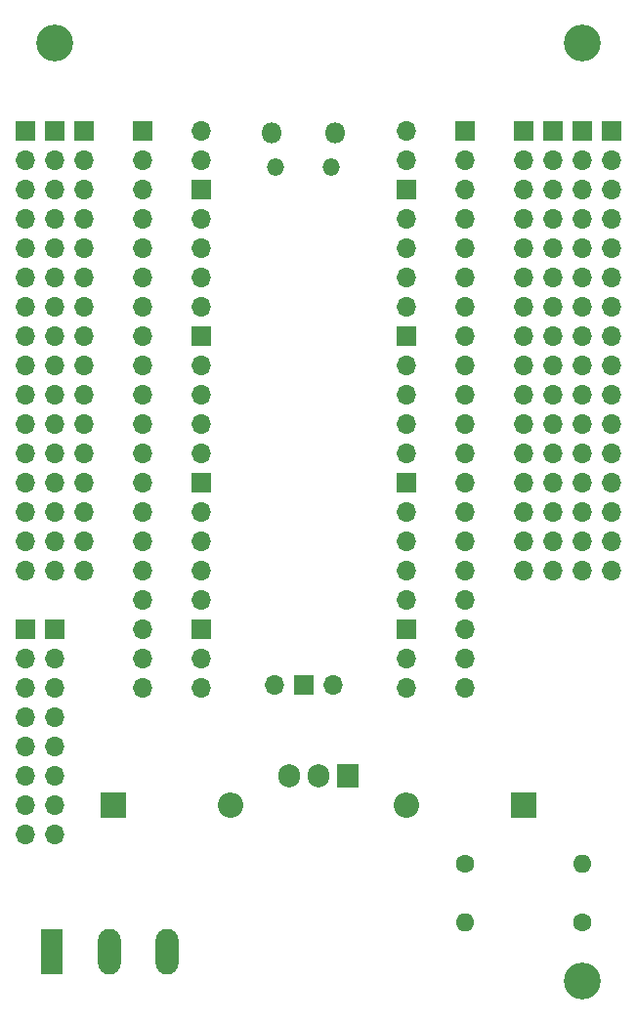
<source format=gbr>
G04 #@! TF.GenerationSoftware,KiCad,Pcbnew,6.0.2+dfsg-1*
G04 #@! TF.CreationDate,2024-08-21T11:00:16+10:00*
G04 #@! TF.ProjectId,MQTTDecoderExpansionBoard,4d515454-4465-4636-9f64-657245787061,A*
G04 #@! TF.SameCoordinates,Original*
G04 #@! TF.FileFunction,Soldermask,Bot*
G04 #@! TF.FilePolarity,Negative*
%FSLAX46Y46*%
G04 Gerber Fmt 4.6, Leading zero omitted, Abs format (unit mm)*
G04 Created by KiCad (PCBNEW 6.0.2+dfsg-1) date 2024-08-21 11:00:16*
%MOMM*%
%LPD*%
G01*
G04 APERTURE LIST*
%ADD10R,1.700000X1.700000*%
%ADD11O,1.700000X1.700000*%
%ADD12C,1.600000*%
%ADD13O,1.600000X1.600000*%
%ADD14O,1.800000X1.800000*%
%ADD15O,1.500000X1.500000*%
%ADD16R,2.200000X2.200000*%
%ADD17O,2.200000X2.200000*%
%ADD18R,1.905000X2.000000*%
%ADD19O,1.905000X2.000000*%
%ADD20R,1.980000X3.960000*%
%ADD21O,1.980000X3.960000*%
%ADD22C,3.200000*%
G04 APERTURE END LIST*
D10*
X160020000Y-53340000D03*
D11*
X160020000Y-55880000D03*
X160020000Y-58420000D03*
X160020000Y-60960000D03*
X160020000Y-63500000D03*
X160020000Y-66040000D03*
X160020000Y-68580000D03*
X160020000Y-71120000D03*
X160020000Y-73660000D03*
X160020000Y-76200000D03*
X160020000Y-78740000D03*
X160020000Y-81280000D03*
X160020000Y-83820000D03*
X160020000Y-86360000D03*
X160020000Y-88900000D03*
X160020000Y-91440000D03*
D12*
X154940000Y-116840000D03*
D13*
X165100000Y-116840000D03*
D10*
X127000000Y-53340000D03*
D11*
X127000000Y-55880000D03*
X127000000Y-58420000D03*
X127000000Y-60960000D03*
X127000000Y-63500000D03*
X127000000Y-66040000D03*
X127000000Y-68580000D03*
X127000000Y-71120000D03*
X127000000Y-73660000D03*
X127000000Y-76200000D03*
X127000000Y-78740000D03*
X127000000Y-81280000D03*
X127000000Y-83820000D03*
X127000000Y-86360000D03*
X127000000Y-88900000D03*
X127000000Y-91440000D03*
X127000000Y-93980000D03*
X127000000Y-96520000D03*
X127000000Y-99060000D03*
X127000000Y-101600000D03*
D10*
X167640000Y-53340000D03*
D11*
X167640000Y-55880000D03*
X167640000Y-58420000D03*
X167640000Y-60960000D03*
X167640000Y-63500000D03*
X167640000Y-66040000D03*
X167640000Y-68580000D03*
X167640000Y-71120000D03*
X167640000Y-73660000D03*
X167640000Y-76200000D03*
X167640000Y-78740000D03*
X167640000Y-81280000D03*
X167640000Y-83820000D03*
X167640000Y-86360000D03*
X167640000Y-88900000D03*
X167640000Y-91440000D03*
D14*
X138245000Y-53470000D03*
D15*
X143395000Y-56500000D03*
X138545000Y-56500000D03*
D14*
X143695000Y-53470000D03*
D11*
X132080000Y-53340000D03*
X132080000Y-55880000D03*
D10*
X132080000Y-58420000D03*
D11*
X132080000Y-60960000D03*
X132080000Y-63500000D03*
X132080000Y-66040000D03*
X132080000Y-68580000D03*
D10*
X132080000Y-71120000D03*
D11*
X132080000Y-73660000D03*
X132080000Y-76200000D03*
X132080000Y-78740000D03*
X132080000Y-81280000D03*
D10*
X132080000Y-83820000D03*
D11*
X132080000Y-86360000D03*
X132080000Y-88900000D03*
X132080000Y-91440000D03*
X132080000Y-93980000D03*
D10*
X132080000Y-96520000D03*
D11*
X132080000Y-99060000D03*
X132080000Y-101600000D03*
X149860000Y-101600000D03*
X149860000Y-99060000D03*
D10*
X149860000Y-96520000D03*
D11*
X149860000Y-93980000D03*
X149860000Y-91440000D03*
X149860000Y-88900000D03*
X149860000Y-86360000D03*
D10*
X149860000Y-83820000D03*
D11*
X149860000Y-81280000D03*
X149860000Y-78740000D03*
X149860000Y-76200000D03*
X149860000Y-73660000D03*
D10*
X149860000Y-71120000D03*
D11*
X149860000Y-68580000D03*
X149860000Y-66040000D03*
X149860000Y-63500000D03*
X149860000Y-60960000D03*
D10*
X149860000Y-58420000D03*
D11*
X149860000Y-55880000D03*
X149860000Y-53340000D03*
X138430000Y-101370000D03*
D10*
X140970000Y-101370000D03*
D11*
X143510000Y-101370000D03*
D16*
X124460000Y-111760000D03*
D17*
X134620000Y-111760000D03*
D18*
X144780000Y-109220000D03*
D19*
X142240000Y-109220000D03*
X139700000Y-109220000D03*
D10*
X162560000Y-53340000D03*
D11*
X162560000Y-55880000D03*
X162560000Y-58420000D03*
X162560000Y-60960000D03*
X162560000Y-63500000D03*
X162560000Y-66040000D03*
X162560000Y-68580000D03*
X162560000Y-71120000D03*
X162560000Y-73660000D03*
X162560000Y-76200000D03*
X162560000Y-78740000D03*
X162560000Y-81280000D03*
X162560000Y-83820000D03*
X162560000Y-86360000D03*
X162560000Y-88900000D03*
X162560000Y-91440000D03*
D10*
X165100000Y-53340000D03*
D11*
X165100000Y-55880000D03*
X165100000Y-58420000D03*
X165100000Y-60960000D03*
X165100000Y-63500000D03*
X165100000Y-66040000D03*
X165100000Y-68580000D03*
X165100000Y-71120000D03*
X165100000Y-73660000D03*
X165100000Y-76200000D03*
X165100000Y-78740000D03*
X165100000Y-81280000D03*
X165100000Y-83820000D03*
X165100000Y-86360000D03*
X165100000Y-88900000D03*
X165100000Y-91440000D03*
D10*
X119380000Y-53340000D03*
D11*
X119380000Y-55880000D03*
X119380000Y-58420000D03*
X119380000Y-60960000D03*
X119380000Y-63500000D03*
X119380000Y-66040000D03*
X119380000Y-68580000D03*
X119380000Y-71120000D03*
X119380000Y-73660000D03*
X119380000Y-76200000D03*
X119380000Y-78740000D03*
X119380000Y-81280000D03*
X119380000Y-83820000D03*
X119380000Y-86360000D03*
X119380000Y-88900000D03*
X119380000Y-91440000D03*
D10*
X116840000Y-53340000D03*
D11*
X116840000Y-55880000D03*
X116840000Y-58420000D03*
X116840000Y-60960000D03*
X116840000Y-63500000D03*
X116840000Y-66040000D03*
X116840000Y-68580000D03*
X116840000Y-71120000D03*
X116840000Y-73660000D03*
X116840000Y-76200000D03*
X116840000Y-78740000D03*
X116840000Y-81280000D03*
X116840000Y-83820000D03*
X116840000Y-86360000D03*
X116840000Y-88900000D03*
X116840000Y-91440000D03*
D12*
X165100000Y-121920000D03*
D13*
X154940000Y-121920000D03*
D20*
X119165000Y-124470000D03*
D21*
X124165000Y-124470000D03*
X129165000Y-124470000D03*
D10*
X154940000Y-53340000D03*
D11*
X154940000Y-55880000D03*
X154940000Y-58420000D03*
X154940000Y-60960000D03*
X154940000Y-63500000D03*
X154940000Y-66040000D03*
X154940000Y-68580000D03*
X154940000Y-71120000D03*
X154940000Y-73660000D03*
X154940000Y-76200000D03*
X154940000Y-78740000D03*
X154940000Y-81280000D03*
X154940000Y-83820000D03*
X154940000Y-86360000D03*
X154940000Y-88900000D03*
X154940000Y-91440000D03*
X154940000Y-93980000D03*
X154940000Y-96520000D03*
X154940000Y-99060000D03*
X154940000Y-101600000D03*
D16*
X160020000Y-111760000D03*
D17*
X149860000Y-111760000D03*
D22*
X165100000Y-45720000D03*
X119380000Y-45720000D03*
X165100000Y-127000000D03*
D10*
X119380000Y-96520000D03*
D11*
X119380000Y-99060000D03*
X119380000Y-101600000D03*
X119380000Y-104140000D03*
X119380000Y-106680000D03*
X119380000Y-109220000D03*
X119380000Y-111760000D03*
X119380000Y-114300000D03*
D10*
X116840000Y-96520000D03*
D11*
X116840000Y-99060000D03*
X116840000Y-101600000D03*
X116840000Y-104140000D03*
X116840000Y-106680000D03*
X116840000Y-109220000D03*
X116840000Y-111760000D03*
X116840000Y-114300000D03*
D10*
X121920000Y-53340000D03*
D11*
X121920000Y-55880000D03*
X121920000Y-58420000D03*
X121920000Y-60960000D03*
X121920000Y-63500000D03*
X121920000Y-66040000D03*
X121920000Y-68580000D03*
X121920000Y-71120000D03*
X121920000Y-73660000D03*
X121920000Y-76200000D03*
X121920000Y-78740000D03*
X121920000Y-81280000D03*
X121920000Y-83820000D03*
X121920000Y-86360000D03*
X121920000Y-88900000D03*
X121920000Y-91440000D03*
M02*

</source>
